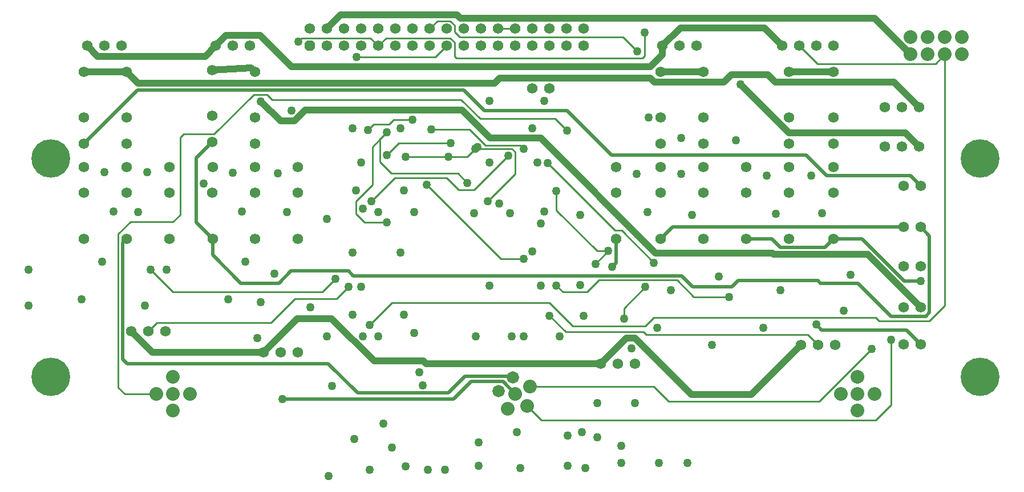
<source format=gtl>
G04*
G04 #@! TF.GenerationSoftware,Altium Limited,Altium Designer,24.2.2 (26)*
G04*
G04 Layer_Physical_Order=1*
G04 Layer_Color=255*
%FSLAX44Y44*%
%MOMM*%
G71*
G04*
G04 #@! TF.SameCoordinates,6AE4F847-9EFA-45B8-A2EA-998FC1DA7BFA*
G04*
G04*
G04 #@! TF.FilePolarity,Positive*
G04*
G01*
G75*
%ADD10C,0.2540*%
%ADD14C,0.5080*%
%ADD15C,1.0160*%
%ADD16C,1.5748*%
G04:AMPARAMS|DCode=17|XSize=1.5748mm|YSize=1.5748mm|CornerRadius=0mm|HoleSize=0mm|Usage=FLASHONLY|Rotation=0.000|XOffset=0mm|YOffset=0mm|HoleType=Round|Shape=Octagon|*
%AMOCTAGOND17*
4,1,8,0.7874,-0.3937,0.7874,0.3937,0.3937,0.7874,-0.3937,0.7874,-0.7874,0.3937,-0.7874,-0.3937,-0.3937,-0.7874,0.3937,-0.7874,0.7874,-0.3937,0.0*
%
%ADD17OCTAGOND17*%

%ADD18C,2.0320*%
%ADD19C,1.8288*%
%ADD20C,5.7150*%
%ADD21C,1.2700*%
D10*
X549910Y500126D02*
X561340Y511556D01*
X705612Y500126D02*
X708660Y497078D01*
X662940Y485648D02*
X691134D01*
X599440D02*
X662940D01*
X1399540Y264668D02*
Y637540D01*
X1376680Y241808D02*
X1399540Y264668D01*
X1301750Y241808D02*
X1376680D01*
X1297178Y246380D02*
X1301750Y241808D01*
X967232Y246380D02*
X1297178D01*
X955040Y234188D02*
X967232Y246380D01*
X847344Y234188D02*
X955040D01*
X812800Y268732D02*
X847344Y234188D01*
X578866Y268732D02*
X812800D01*
X546100Y235966D02*
X578866Y268732D01*
X676910Y460756D02*
X690880Y446786D01*
X578104Y460756D02*
X676910D01*
X561340Y477520D02*
X578104Y460756D01*
X561340Y477520D02*
Y511556D01*
X571500Y521716D01*
X220472Y317754D02*
X253746Y284480D01*
X475742D01*
X495300Y304038D01*
X919988Y376174D02*
X967740Y328422D01*
X910336Y376174D02*
X919988D01*
X810260Y476250D02*
X910336Y376174D01*
X821182Y542036D02*
X838708Y524510D01*
X709930Y542036D02*
X821182D01*
X681736Y570230D02*
X709930Y542036D01*
X401320Y570230D02*
X681736D01*
X393446Y578104D02*
X401320Y570230D01*
X373888Y578104D02*
X393446D01*
X314960Y519176D02*
X373888Y578104D01*
X269748Y519176D02*
X314960D01*
X264668Y514096D02*
X269748Y519176D01*
X264668Y399542D02*
Y514096D01*
X254000Y388874D02*
X264668Y399542D01*
X191008Y388874D02*
X254000D01*
X172974Y370840D02*
X191008Y388874D01*
X172974Y142748D02*
Y370840D01*
Y142748D02*
X182372Y133350D01*
X229000D01*
X643636Y633476D02*
X660400Y650240D01*
X526288Y633476D02*
X643636D01*
X922020Y662940D02*
X943102Y641858D01*
X679704Y662940D02*
X922020D01*
X672084Y670560D02*
X679704Y662940D01*
X672084Y670560D02*
Y680720D01*
X665480Y687324D02*
X672084Y680720D01*
X646684Y687324D02*
X665480D01*
X635000Y675640D02*
X646684Y687324D01*
X779500Y115600D02*
X800866Y94234D01*
X1297178D01*
X1320038Y117094D01*
Y213360D01*
X721106Y419608D02*
X761492Y459994D01*
Y492760D01*
X757174Y497078D02*
X761492Y492760D01*
X708660Y497078D02*
X757174D01*
X953770Y635000D02*
Y670052D01*
X950468Y631698D02*
X953770Y635000D01*
X674878Y631698D02*
X950468D01*
X672084Y634492D02*
X674878Y631698D01*
X672084Y634492D02*
Y655320D01*
X665480Y661924D02*
X672084Y655320D01*
X570484Y661924D02*
X665480D01*
X558800Y650240D02*
X570484Y661924D01*
X496824Y274574D02*
X514350Y292100D01*
X435102Y274574D02*
X496824D01*
X399796Y239268D02*
X435102Y274574D01*
X230378Y239268D02*
X399796D01*
X217678Y226568D02*
X230378Y239268D01*
X630428Y444246D02*
X740410Y334264D01*
X774700D01*
X637540Y525780D02*
X694494D01*
X718116Y502158D01*
X769874D01*
X774700Y497332D01*
X439928Y656336D02*
X445516Y661924D01*
X547116D01*
X558800Y650240D01*
X784289Y144509D02*
X967503D01*
X989838Y122174D01*
X1213358D01*
X1291336Y200152D01*
X812800Y249682D02*
X837184Y225298D01*
X952246D01*
X956564Y220980D01*
X1196340D01*
X1211580Y205740D01*
X538480Y387858D02*
X571500D01*
X525780Y400558D02*
X538480Y387858D01*
X525780Y400558D02*
Y419608D01*
X549910Y443738D01*
Y500126D01*
X548640Y419608D02*
X583438Y454406D01*
X660654D01*
X678434Y436626D01*
X701040D01*
X751332Y486918D01*
X543052Y525272D02*
X551942Y534162D01*
X575056D01*
X581660Y540766D01*
X609854D01*
X589280Y506222D02*
X666242D01*
X571500Y488442D02*
X589280Y506222D01*
X691134Y485648D02*
X702564Y497078D01*
X1027139Y277622D02*
X1079500D01*
X1002501Y302260D02*
X1027139Y277622D01*
X886460Y302260D02*
X1002501D01*
X868680Y284480D02*
X886460Y302260D01*
X832612Y284480D02*
X868680D01*
X823214Y293878D02*
X832612Y284480D01*
X881126Y326390D02*
X900176Y345440D01*
X883666D02*
X900176D01*
X823214Y405892D02*
X883666Y345440D01*
X823214Y405892D02*
Y434340D01*
X923290Y260350D02*
X955040Y292100D01*
X923290Y245110D02*
Y260350D01*
X1385570Y623570D02*
X1399540Y637540D01*
X1210310Y623570D02*
X1385570D01*
X1183640Y650240D02*
X1210310Y623570D01*
X736600Y675640D02*
X762000D01*
D14*
X416560Y125476D02*
X670804D01*
X696976Y151648D01*
X743702D01*
X762000Y133350D01*
X906145Y322199D02*
X912114Y328168D01*
Y363728D01*
X1234694D02*
X1276858D01*
X1339342Y301244D01*
X1363980D01*
X1105154Y363728D02*
X1142746D01*
X1155700Y350774D01*
X1221740D01*
X1234694Y363728D01*
X121666Y504952D02*
X201168Y584454D01*
X685986D01*
X716212Y554228D01*
X838708D01*
X905256Y487680D01*
X1194054D01*
X1224280Y457454D01*
X1348486D01*
X1363980Y441960D01*
Y381000D02*
X1376934Y368046D01*
Y254000D02*
Y368046D01*
X1371600Y248666D02*
X1376934Y254000D01*
X1319784Y248666D02*
X1371600D01*
X1270762Y297688D02*
X1319784Y248666D01*
X1215136Y297688D02*
X1270762D01*
X1211072Y301752D02*
X1215136Y297688D01*
X1093216Y301752D02*
X1211072D01*
X1083818Y292354D02*
X1093216Y301752D01*
X1025119Y292354D02*
X1083818D01*
X1008863Y308610D02*
X1025119Y292354D01*
X521723Y308610D02*
X1008863D01*
X514350Y315983D02*
X521723Y308610D01*
X429521Y315983D02*
X514350D01*
X411480Y297942D02*
X429521Y315983D01*
X354584Y297942D02*
X411480D01*
X312928Y339598D02*
X354584Y297942D01*
X312928Y339598D02*
Y363728D01*
X1342644Y228346D02*
X1363980Y207010D01*
X1216660Y228346D02*
X1342644D01*
X1208786Y236220D02*
X1216660Y228346D01*
X179324Y357378D02*
X185674Y363728D01*
X179324Y185166D02*
Y357378D01*
Y185166D02*
X186436Y178054D01*
X484378D01*
X527812Y134620D01*
X662686D01*
X687334Y159268D01*
X757004D01*
X758275Y157997D01*
X995426Y381000D02*
X1338580D01*
X978154Y363728D02*
X995426Y381000D01*
X288290Y483616D02*
X312166Y507492D01*
X288290Y388366D02*
Y483616D01*
Y388366D02*
X312928Y363728D01*
D15*
X384048Y567944D02*
X413512Y538480D01*
X433832D01*
X450208Y554856D01*
X683197D01*
X724720Y513334D01*
X799953D01*
X970493Y342793D01*
X1143361D01*
X1145540Y340614D01*
X1284986D01*
X1363980Y261620D01*
X369697Y617601D02*
X375666Y611632D01*
X312166Y614172D02*
X369697Y617601D01*
X127000Y650240D02*
X142494Y634746D01*
X301752D01*
X317246Y650240D01*
X332740Y665734D01*
X383540D01*
X429768Y619506D01*
X962628D01*
X980440Y637318D01*
Y650240D01*
X1131570Y676910D02*
X1158240Y650240D01*
X1007110Y676910D02*
X1131570D01*
X980440Y650240D02*
X1007110Y676910D01*
X1324102Y596138D02*
X1361440Y558800D01*
X1148291Y596138D02*
X1324102D01*
X1137272Y607157D02*
X1148291Y596138D01*
X1082370Y607157D02*
X1137272D01*
X1071351Y596138D02*
X1082370Y607157D01*
X968248Y596138D02*
X1071351D01*
X962152Y602234D02*
X968248Y596138D01*
X738886Y602234D02*
X962152D01*
X731266Y594614D02*
X738886Y602234D01*
X202184Y594614D02*
X731266D01*
X185166Y611632D02*
X202184Y594614D01*
X1112520Y132080D02*
X1186180Y205740D01*
X1023620Y132080D02*
X1112520D01*
X939800Y215900D02*
X1023620Y132080D01*
X927100Y215900D02*
X939800D01*
X889000Y177800D02*
X927100Y215900D01*
X482600Y675640D02*
X503174Y696214D01*
X675894D01*
X680974Y691134D01*
X1295146D01*
X1348740Y637540D01*
X629920Y177800D02*
X889000D01*
X625602Y182118D02*
X629920Y177800D01*
X552450Y182118D02*
X625602D01*
X489204Y245364D02*
X552450Y182118D01*
X438658Y245364D02*
X489204D01*
X388620Y195326D02*
X438658Y245364D01*
X1340866Y520954D02*
X1361440Y500380D01*
X1168400Y520954D02*
X1340866D01*
X1096264Y593090D02*
X1168400Y520954D01*
X223520Y195326D02*
X388620D01*
X192278Y226568D02*
X223520Y195326D01*
X1168146Y611632D02*
X1233932D01*
X121666D02*
X185166D01*
X977646D02*
X1041146D01*
D16*
X787400Y586740D02*
D03*
X457200Y675640D02*
D03*
X1310640Y558800D02*
D03*
X1234694Y470408D02*
D03*
X1168654D02*
D03*
X1041654D02*
D03*
X978154D02*
D03*
X812800Y586740D02*
D03*
X1236980Y205740D02*
D03*
X939800Y177800D02*
D03*
X376174Y470408D02*
D03*
X312928D02*
D03*
X185674D02*
D03*
X122174D02*
D03*
X243078Y226568D02*
D03*
X439420Y195326D02*
D03*
X1234440Y650240D02*
D03*
X1031240D02*
D03*
X368046D02*
D03*
X177800D02*
D03*
X482600D02*
D03*
X914400Y177800D02*
D03*
X889000D02*
D03*
X217678Y226568D02*
D03*
X192278D02*
D03*
X127000Y650240D02*
D03*
X152400D02*
D03*
X980440D02*
D03*
X1005840D02*
D03*
X1209040D02*
D03*
X1158240D02*
D03*
X1183640D02*
D03*
X317246D02*
D03*
X342646D02*
D03*
X1186180Y205740D02*
D03*
X1211580D02*
D03*
X388620Y195326D02*
D03*
X414020D02*
D03*
X1363980Y261620D02*
D03*
X1338580D02*
D03*
X1363980Y322580D02*
D03*
X1338580D02*
D03*
X1363980Y207010D02*
D03*
X1338580D02*
D03*
X1363980Y441960D02*
D03*
X1338580D02*
D03*
X1363980Y381000D02*
D03*
X1338580D02*
D03*
X1361440Y500380D02*
D03*
X1310640D02*
D03*
X1336040D02*
D03*
X1361440Y558800D02*
D03*
X1336040D02*
D03*
X1041146Y504952D02*
D03*
X1041400Y543560D02*
D03*
X1041146Y611632D02*
D03*
X1168146D02*
D03*
Y504952D02*
D03*
X1168400Y543560D02*
D03*
X1234694Y363728D02*
D03*
X1234440Y431800D02*
D03*
X762000Y675640D02*
D03*
X736600D02*
D03*
X533400D02*
D03*
X838200D02*
D03*
X533400Y650240D02*
D03*
X508000Y675640D02*
D03*
Y650240D02*
D03*
X863600D02*
D03*
Y675640D02*
D03*
X482600D02*
D03*
X558800D02*
D03*
X584200D02*
D03*
X609600D02*
D03*
X635000D02*
D03*
X660400D02*
D03*
X685800D02*
D03*
X711200D02*
D03*
X787400D02*
D03*
X812800D02*
D03*
X558800Y650240D02*
D03*
X584200D02*
D03*
X609600D02*
D03*
X635000D02*
D03*
X660400D02*
D03*
X685800D02*
D03*
X711200D02*
D03*
X736600D02*
D03*
X762000D02*
D03*
X787400D02*
D03*
X812800D02*
D03*
X838200D02*
D03*
X1104900Y431800D02*
D03*
X1105154Y363728D02*
D03*
Y470408D02*
D03*
X911860Y431800D02*
D03*
X912114Y363728D02*
D03*
Y470408D02*
D03*
X312928Y363728D02*
D03*
X312674Y431800D02*
D03*
X121666Y504952D02*
D03*
Y611632D02*
D03*
X121920Y543560D02*
D03*
X185166Y611632D02*
D03*
X185420Y543560D02*
D03*
X185166Y504952D02*
D03*
X248920Y431800D02*
D03*
X249174Y470408D02*
D03*
Y363728D02*
D03*
X439420Y431800D02*
D03*
X439674Y470408D02*
D03*
Y363728D02*
D03*
X312166Y614172D02*
D03*
X312420Y546100D02*
D03*
X312166Y507492D02*
D03*
X977646Y504952D02*
D03*
Y611632D02*
D03*
X977900Y543560D02*
D03*
Y431800D02*
D03*
X978154Y363728D02*
D03*
X375666Y611632D02*
D03*
X375920Y543560D02*
D03*
X375666Y504952D02*
D03*
X375920Y431800D02*
D03*
X376174Y363728D02*
D03*
X185420Y431800D02*
D03*
X185674Y363728D02*
D03*
X121920Y431800D02*
D03*
X122174Y363728D02*
D03*
X1041400Y431800D02*
D03*
X1041654Y363728D02*
D03*
X1234186Y543560D02*
D03*
X1233932Y504952D02*
D03*
Y611632D02*
D03*
X1168400Y431800D02*
D03*
X1168654Y363728D02*
D03*
D17*
X457200Y650240D02*
D03*
D18*
X254000Y108350D02*
D03*
X1374140Y637540D02*
D03*
X1270000Y108350D02*
D03*
X254000Y158350D02*
D03*
X279000Y133350D02*
D03*
X229000D02*
D03*
X254000D02*
D03*
X1348740Y637540D02*
D03*
X1424940D02*
D03*
Y662940D02*
D03*
X1348740D02*
D03*
X1374140D02*
D03*
X1399540D02*
D03*
Y637540D02*
D03*
X762000Y133350D02*
D03*
X750527Y111222D02*
D03*
X779500Y115600D02*
D03*
X784289Y144509D02*
D03*
X1270000Y133350D02*
D03*
X1295000D02*
D03*
X1245000D02*
D03*
X1270000Y158350D02*
D03*
D19*
X737409Y137424D02*
D03*
X758275Y157997D02*
D03*
D20*
X1452118Y158750D02*
D03*
Y482600D02*
D03*
X72898D02*
D03*
Y158750D02*
D03*
D21*
X858520Y398780D02*
D03*
X299847Y445335D02*
D03*
X429895Y554301D02*
D03*
X1089787Y510213D02*
D03*
X546100Y235966D02*
D03*
X416560Y125476D02*
D03*
X906145Y322199D02*
D03*
X1363980Y301244D02*
D03*
X690880Y446786D02*
D03*
X571500Y521716D02*
D03*
X220472Y317754D02*
D03*
X495300Y304038D02*
D03*
X967740Y328422D02*
D03*
X810260Y476250D02*
D03*
X384048Y567944D02*
D03*
X838708Y524510D02*
D03*
X526288Y633476D02*
D03*
X943102Y641858D02*
D03*
X1320038Y213360D02*
D03*
X721106Y419608D02*
D03*
X705612Y500126D02*
D03*
X953770Y670052D02*
D03*
X118364Y274066D02*
D03*
X764540Y76200D02*
D03*
X839470Y71120D02*
D03*
X866140Y22860D02*
D03*
X514350Y292100D02*
D03*
X630428Y444246D02*
D03*
X774700Y334264D02*
D03*
X637540Y525780D02*
D03*
X774700Y497332D02*
D03*
X439928Y656336D02*
D03*
X490220Y144780D02*
D03*
X1208786Y236220D02*
D03*
X1291336Y200152D02*
D03*
X812800Y249682D02*
D03*
X972820Y231140D02*
D03*
X535940Y408686D02*
D03*
X571500Y387858D02*
D03*
X548640Y419608D02*
D03*
X751332Y486918D02*
D03*
X795020Y476701D02*
D03*
X379222Y216408D02*
D03*
X543052Y525272D02*
D03*
X609854Y540766D02*
D03*
X662940Y485648D02*
D03*
X591820Y527460D02*
D03*
X666242Y506222D02*
D03*
X571500Y488442D02*
D03*
X482600Y393446D02*
D03*
X525780Y435460D02*
D03*
X612140Y403606D02*
D03*
X599440Y485648D02*
D03*
X702564Y497078D02*
D03*
X591820Y343108D02*
D03*
X934720Y200660D02*
D03*
X1054100Y205740D02*
D03*
X1079500Y277622D02*
D03*
X823214Y293878D02*
D03*
X858520Y294640D02*
D03*
X881126Y326390D02*
D03*
X900176Y345440D02*
D03*
X823214Y434340D02*
D03*
X955040Y292100D02*
D03*
X923290Y245110D02*
D03*
X612140Y223468D02*
D03*
X960247Y543887D02*
D03*
X805180Y568700D02*
D03*
X1259840Y309880D02*
D03*
X1024636Y398780D02*
D03*
X1096264Y593090D02*
D03*
X546100Y20320D02*
D03*
X596900Y251108D02*
D03*
Y435460D02*
D03*
X756920Y218440D02*
D03*
X738124Y416481D02*
D03*
X754380Y401320D02*
D03*
X723900Y568700D02*
D03*
X39878Y318262D02*
D03*
X336296Y274066D02*
D03*
X384302Y269748D02*
D03*
X485140Y11430D02*
D03*
X523240Y66040D02*
D03*
X535940Y218388D02*
D03*
X579120Y53340D02*
D03*
X599440Y25400D02*
D03*
X520700Y251108D02*
D03*
X657860Y20320D02*
D03*
X707390Y60960D02*
D03*
X828040Y218440D02*
D03*
X861060Y76200D02*
D03*
X800100Y386328D02*
D03*
X919480Y55880D02*
D03*
X883920Y68580D02*
D03*
X993140Y287020D02*
D03*
X1008380Y459740D02*
D03*
X1155700Y287020D02*
D03*
X1249680Y256540D02*
D03*
X39878Y264922D02*
D03*
X148844Y329946D02*
D03*
X212598Y264922D02*
D03*
X244602Y318262D02*
D03*
X166116Y403860D02*
D03*
X202184Y403606D02*
D03*
X361696Y329946D02*
D03*
X152400Y462280D02*
D03*
X457708Y262128D02*
D03*
X404368Y312166D02*
D03*
X215900Y462280D02*
D03*
X356362Y403860D02*
D03*
X482600Y218388D02*
D03*
X566420Y88900D02*
D03*
X423418Y403606D02*
D03*
X342646Y462026D02*
D03*
X409702Y460756D02*
D03*
X632460Y20320D02*
D03*
X520700Y343108D02*
D03*
X624840Y146050D02*
D03*
X619760Y165100D02*
D03*
X707390Y26670D02*
D03*
X520700Y527460D02*
D03*
X769620Y22860D02*
D03*
X839470Y26670D02*
D03*
X774700Y218440D02*
D03*
X800100Y294329D02*
D03*
X919480Y30480D02*
D03*
X883920Y119380D02*
D03*
X863600Y248920D02*
D03*
X805180Y403860D02*
D03*
X975360Y30480D02*
D03*
X939800Y119380D02*
D03*
X1017270Y30480D02*
D03*
X958596Y403606D02*
D03*
X942340Y459740D02*
D03*
X1064260Y307340D02*
D03*
X1008380Y513080D02*
D03*
X1130300Y231140D02*
D03*
X1149096Y401066D02*
D03*
X1135380Y457200D02*
D03*
X1217676Y401320D02*
D03*
X1201420Y457200D02*
D03*
X533400Y292348D02*
D03*
X558800Y218388D02*
D03*
Y403606D02*
D03*
X533400Y476701D02*
D03*
X703580Y218440D02*
D03*
X723900Y294329D02*
D03*
X701040Y401320D02*
D03*
X723900Y476701D02*
D03*
X787400Y345088D02*
D03*
Y527460D02*
D03*
M02*

</source>
